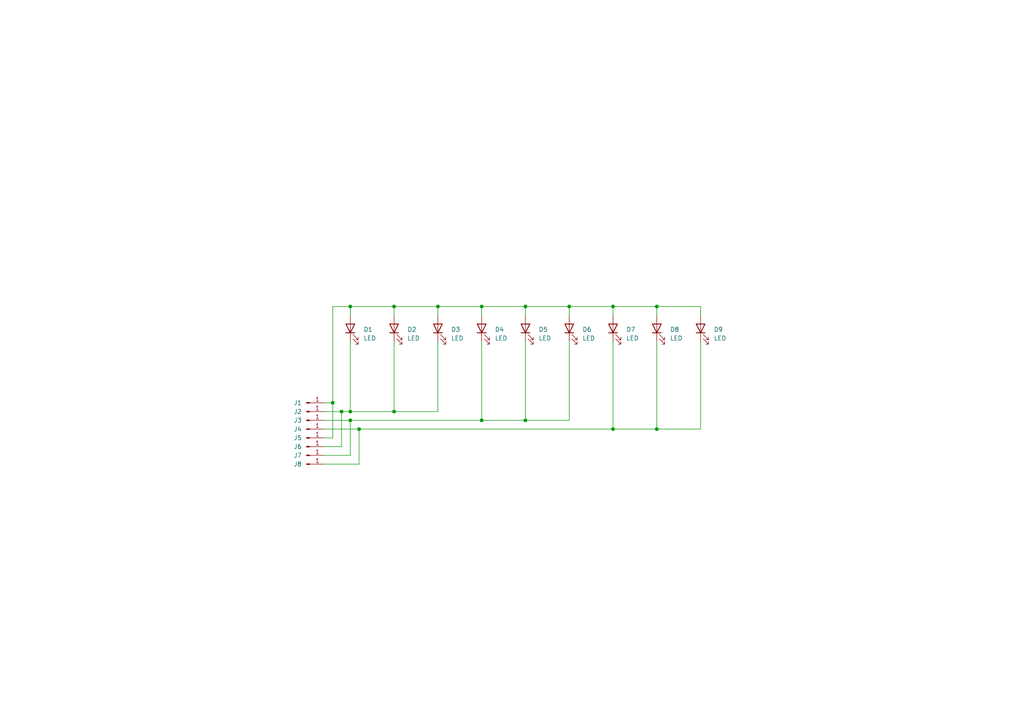
<source format=kicad_sch>
(kicad_sch (version 20230121) (generator eeschema)
  (paper "A4")
  (lib_symbols
    (symbol "Connector:Conn_01x01_Pin" (pin_names (offset 1.016) hide)
      (property "Reference" "J" (at 0 2.54 0))
      (property "Value" "Conn_01x01_Pin" (at 0 -2.54 0))
      (symbol "Conn_01x01_Pin_1_1"
        (polyline (pts (xy 1.27 0) (xy 0.8636 0)) (stroke (width 0.1524)))
        (rectangle (start 0.8636 0.127) (end 0 -0.127) (stroke (width 0.1524)) (fill (type outline)))
        (pin passive line (at 5.08 0 180) (length 3.81) (name "Pin_1") (number "1"))
      )
    )
    (symbol "Device:LED" (pin_numbers hide) (pin_names (offset 1.016) hide)
      (property "Reference" "D" (at 0 2.54 0))
      (property "Value" "LED" (at 0 -2.54 0))
      (symbol "LED_0_1"
        (polyline (pts (xy -1.27 -1.27) (xy -1.27 1.27)) (stroke (width 0.254)))
        (polyline (pts (xy -1.27 0) (xy 1.27 0)))
        (polyline (pts (xy 1.27 -1.27) (xy 1.27 1.27) (xy -1.27 0) (xy 1.27 -1.27)) (stroke (width 0.254)))
        (polyline (pts (xy -3.048 -0.762) (xy -4.572 -2.286) (xy -3.81 -2.286) (xy -4.572 -2.286) (xy -4.572 -1.524)))
        (polyline (pts (xy -1.778 -0.762) (xy -3.302 -2.286) (xy -2.54 -2.286) (xy -3.302 -2.286) (xy -3.302 -1.524)))
      )
      (symbol "LED_1_1"
        (pin passive line (at -3.81 0 0) (length 2.54) (name "K") (number "1"))
        (pin passive line (at 3.81 0 180) (length 2.54) (name "A") (number "2"))
      )
    )
  )
  (junction (at 152.4 88.9))
  (junction (at 101.6 119.38))
  (junction (at 190.5 88.9))
  (junction (at 127 88.9))
  (junction (at 177.8 124.46))
  (junction (at 190.5 124.46))
  (junction (at 101.6 88.9))
  (junction (at 152.4 121.92))
  (junction (at 96.52 116.84))
  (junction (at 165.1 88.9))
  (junction (at 139.7 88.9))
  (junction (at 99.06 119.38))
  (junction (at 114.3 88.9))
  (junction (at 104.14 124.46))
  (junction (at 177.8 88.9))
  (junction (at 114.3 119.38))
  (junction (at 101.6 121.92))
  (junction (at 139.7 121.92))
  (wire (pts (xy 104.14 134.62) (xy 104.14 124.46)))
  (wire (pts (xy 93.98 119.38) (xy 99.06 119.38)))
  (wire (pts (xy 96.52 88.9) (xy 101.6 88.9)))
  (wire (pts (xy 96.52 127) (xy 96.52 116.84)))
  (wire (pts (xy 93.98 134.62) (xy 104.14 134.62)))
  (wire (pts (xy 96.52 116.84) (xy 96.52 88.9)))
  (wire (pts (xy 114.3 88.9) (xy 114.3 91.44)))
  (wire (pts (xy 190.5 99.06) (xy 190.5 124.46)))
  (wire (pts (xy 114.3 88.9) (xy 127 88.9)))
  (wire (pts (xy 99.06 119.38) (xy 101.6 119.38)))
  (wire (pts (xy 114.3 119.38) (xy 127 119.38)))
  (wire (pts (xy 114.3 99.06) (xy 114.3 119.38)))
  (wire (pts (xy 101.6 88.9) (xy 101.6 91.44)))
  (wire (pts (xy 101.6 99.06) (xy 101.6 119.38)))
  (wire (pts (xy 139.7 99.06) (xy 139.7 121.92)))
  (wire (pts (xy 165.1 121.92) (xy 165.1 99.06)))
  (wire (pts (xy 165.1 88.9) (xy 177.8 88.9)))
  (wire (pts (xy 190.5 88.9) (xy 203.2 88.9)))
  (wire (pts (xy 93.98 124.46) (xy 104.14 124.46)))
  (wire (pts (xy 101.6 121.92) (xy 139.7 121.92)))
  (wire (pts (xy 101.6 119.38) (xy 114.3 119.38)))
  (wire (pts (xy 152.4 88.9) (xy 152.4 91.44)))
  (wire (pts (xy 104.14 124.46) (xy 177.8 124.46)))
  (wire (pts (xy 177.8 88.9) (xy 177.8 91.44)))
  (wire (pts (xy 190.5 124.46) (xy 203.2 124.46)))
  (wire (pts (xy 190.5 88.9) (xy 190.5 91.44)))
  (wire (pts (xy 93.98 116.84) (xy 96.52 116.84)))
  (wire (pts (xy 127 88.9) (xy 139.7 88.9)))
  (wire (pts (xy 127 119.38) (xy 127 99.06)))
  (wire (pts (xy 152.4 88.9) (xy 165.1 88.9)))
  (wire (pts (xy 93.98 121.92) (xy 101.6 121.92)))
  (wire (pts (xy 165.1 88.9) (xy 165.1 91.44)))
  (wire (pts (xy 93.98 132.08) (xy 101.6 132.08)))
  (wire (pts (xy 152.4 121.92) (xy 165.1 121.92)))
  (wire (pts (xy 101.6 88.9) (xy 114.3 88.9)))
  (wire (pts (xy 139.7 88.9) (xy 152.4 88.9)))
  (wire (pts (xy 203.2 88.9) (xy 203.2 91.44)))
  (wire (pts (xy 93.98 129.54) (xy 99.06 129.54)))
  (wire (pts (xy 127 88.9) (xy 127 91.44)))
  (wire (pts (xy 139.7 121.92) (xy 152.4 121.92)))
  (wire (pts (xy 177.8 88.9) (xy 190.5 88.9)))
  (wire (pts (xy 203.2 124.46) (xy 203.2 99.06)))
  (wire (pts (xy 101.6 132.08) (xy 101.6 121.92)))
  (wire (pts (xy 177.8 99.06) (xy 177.8 124.46)))
  (wire (pts (xy 93.98 127) (xy 96.52 127)))
  (wire (pts (xy 152.4 99.06) (xy 152.4 121.92)))
  (wire (pts (xy 99.06 129.54) (xy 99.06 119.38)))
  (wire (pts (xy 139.7 88.9) (xy 139.7 91.44)))
  (wire (pts (xy 177.8 124.46) (xy 190.5 124.46)))
  (symbol (lib_id "Connector:Conn_01x01_Pin") (at 88.9 127 0) (unit 1)
    (property "Reference" "J5" (at 86.36 127 0))
    (property "Value" "Conn_01x01_Pin" (effects hide))
    (property "Footprint" "TestPoint:TestPoint_Pad_2.0x2.0mm" (effects hide))
  )
  (symbol (lib_id "Connector:Conn_01x01_Pin") (at 88.9 116.84 0) (unit 1)
    (property "Reference" "J1" (at 86.36 116.84 0))
    (property "Value" "Conn_01x01_Pin" (effects hide))
    (property "Footprint" "TestPoint:TestPoint_Pad_2.0x2.0mm" (effects hide))
  )
  (symbol (lib_id "Connector:Conn_01x01_Pin") (at 88.9 124.46 0) (unit 1)
    (property "Reference" "J4" (at 86.36 124.46 0))
    (property "Value" "Conn_01x01_Pin" (effects hide))
    (property "Footprint" "TestPoint:TestPoint_Pad_2.0x2.0mm" (effects hide))
  )
  (symbol (lib_id "Connector:Conn_01x01_Pin") (at 88.9 121.92 0) (unit 1)
    (property "Reference" "J3" (at 86.36 121.92 0))
    (property "Value" "Conn_01x01_Pin" (effects hide))
    (property "Footprint" "TestPoint:TestPoint_Pad_2.0x2.0mm" (effects hide))
  )
  (symbol (lib_id "Device:LED") (at 101.6 95.25 90) (unit 1)
    (property "Reference" "D1" (at 105.41 95.5675 90) (effects (justify right)))
    (property "Value" "LED" (at 105.41 98.1075 90) (effects (justify right)))
    (property "Footprint" "LED_THT:LED_D5.0mm" (effects hide))
  )
  (symbol (lib_id "Device:LED") (at 190.5 95.25 90) (unit 1)
    (property "Reference" "D8" (at 194.31 95.5675 90) (effects (justify right)))
    (property "Value" "LED" (at 194.31 98.1075 90) (effects (justify right)))
    (property "Footprint" "LED_THT:LED_D5.0mm" (effects hide))
  )
  (symbol (lib_id "Connector:Conn_01x01_Pin") (at 88.9 119.38 0) (unit 1)
    (property "Reference" "J2" (at 86.36 119.38 0))
    (property "Value" "Conn_01x01_Pin" (effects hide))
    (property "Footprint" "TestPoint:TestPoint_Pad_2.0x2.0mm" (effects hide))
  )
  (symbol (lib_id "Device:LED") (at 152.4 95.25 90) (unit 1)
    (property "Reference" "D5" (at 156.21 95.5675 90) (effects (justify right)))
    (property "Value" "LED" (at 156.21 98.1075 90) (effects (justify right)))
    (property "Footprint" "LED_THT:LED_D5.0mm" (effects hide))
  )
  (symbol (lib_id "Device:LED") (at 203.2 95.25 90) (unit 1)
    (property "Reference" "D9" (at 207.01 95.5675 90) (effects (justify right)))
    (property "Value" "LED" (at 207.01 98.1075 90) (effects (justify right)))
    (property "Footprint" "LED_THT:LED_D5.0mm" (effects hide))
  )
  (symbol (lib_id "Device:LED") (at 114.3 95.25 90) (unit 1)
    (property "Reference" "D2" (at 118.11 95.5675 90) (effects (justify right)))
    (property "Value" "LED" (at 118.11 98.1075 90) (effects (justify right)))
    (property "Footprint" "LED_THT:LED_D5.0mm" (effects hide))
  )
  (symbol (lib_id "Connector:Conn_01x01_Pin") (at 88.9 134.62 0) (unit 1)
    (property "Reference" "J8" (at 86.36 134.62 0))
    (property "Value" "Conn_01x01_Pin" (effects hide))
    (property "Footprint" "TestPoint:TestPoint_Pad_2.0x2.0mm" (effects hide))
  )
  (symbol (lib_id "Connector:Conn_01x01_Pin") (at 88.9 129.54 0) (unit 1)
    (property "Reference" "J6" (at 86.36 129.54 0))
    (property "Value" "Conn_01x01_Pin" (effects hide))
    (property "Footprint" "TestPoint:TestPoint_Pad_2.0x2.0mm" (effects hide))
  )
  (symbol (lib_id "Device:LED") (at 165.1 95.25 90) (unit 1)
    (property "Reference" "D6" (at 168.91 95.5675 90) (effects (justify right)))
    (property "Value" "LED" (at 168.91 98.1075 90) (effects (justify right)))
    (property "Footprint" "LED_THT:LED_D5.0mm" (effects hide))
  )
  (symbol (lib_id "Device:LED") (at 127 95.25 90) (unit 1)
    (property "Reference" "D3" (at 130.81 95.5675 90) (effects (justify right)))
    (property "Value" "LED" (at 130.81 98.1075 90) (effects (justify right)))
    (property "Footprint" "LED_THT:LED_D5.0mm" (effects hide))
  )
  (symbol (lib_id "Device:LED") (at 177.8 95.25 90) (unit 1)
    (property "Reference" "D7" (at 181.61 95.5675 90) (effects (justify right)))
    (property "Value" "LED" (at 181.61 98.1075 90) (effects (justify right)))
    (property "Footprint" "LED_THT:LED_D5.0mm" (effects hide))
  )
  (symbol (lib_id "Connector:Conn_01x01_Pin") (at 88.9 132.08 0) (unit 1)
    (property "Reference" "J7" (at 86.36 132.08 0))
    (property "Value" "Conn_01x01_Pin" (effects hide))
    (property "Footprint" "TestPoint:TestPoint_Pad_2.0x2.0mm" (effects hide))
  )
  (symbol (lib_id "Device:LED") (at 139.7 95.25 90) (unit 1)
    (property "Reference" "D4" (at 143.51 95.5675 90) (effects (justify right)))
    (property "Value" "LED" (at 143.51 98.1075 90) (effects (justify right)))
    (property "Footprint" "LED_THT:LED_D5.0mm" (effects hide))
  )
)
</source>
